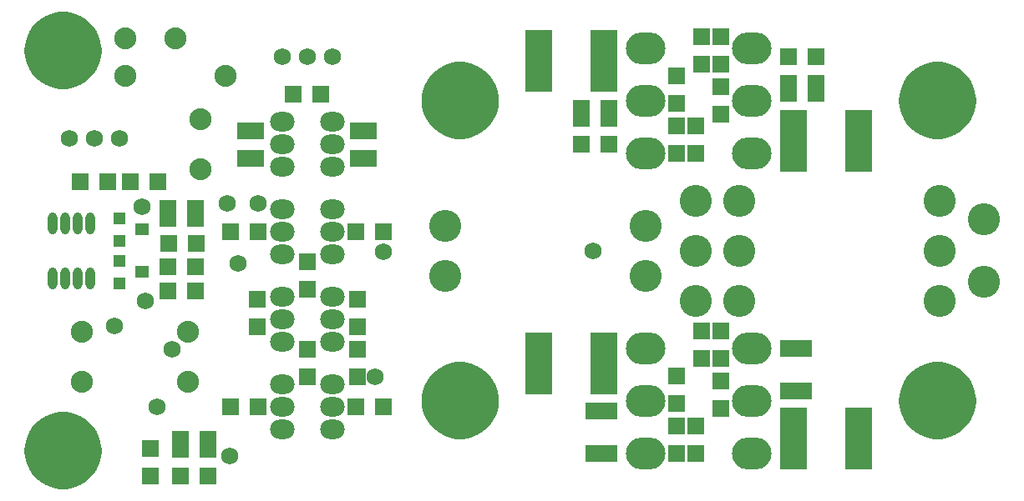
<source format=gts>
*%FSLAX25Y25*%
*%MOIN*%
G01*
%ADD11C,0.00600*%
%ADD12C,0.00733*%
%ADD13C,0.00800*%
%ADD14C,0.01000*%
%ADD15C,0.01200*%
%ADD16C,0.01500*%
%ADD17C,0.02000*%
%ADD18C,0.02500*%
%ADD19C,0.03000*%
%ADD20C,0.03000*%
%ADD21O,0.03000X0.08000*%
%ADD22O,0.03800X0.08800*%
%ADD23C,0.04000*%
%ADD24C,0.04000*%
%ADD25C,0.05000*%
%ADD26C,0.06000*%
%ADD27C,0.06800*%
%ADD28C,0.07000*%
%ADD29C,0.08000*%
%ADD30C,0.08000*%
%ADD31C,0.08800*%
%ADD32O,0.09000X0.07000*%
%ADD33O,0.09800X0.07800*%
%ADD34C,0.10000*%
%ADD35C,0.10000*%
%ADD36C,0.12000*%
%ADD37C,0.12000*%
%ADD38C,0.12500*%
%ADD39C,0.12800*%
%ADD40O,0.15000X0.12000*%
%ADD41O,0.15800X0.12800*%
%ADD42C,0.16500*%
%ADD43C,0.25000*%
%ADD44R,0.04000X0.04000*%
%ADD45R,0.04800X0.04800*%
%ADD46R,0.05000X0.04000*%
%ADD47R,0.05800X0.04800*%
%ADD48R,0.06000X0.06000*%
%ADD49R,0.06000X0.10000*%
%ADD50R,0.06800X0.06800*%
%ADD51R,0.06800X0.10800*%
%ADD52R,0.08000X0.20000*%
%ADD53R,0.08800X0.20800*%
%ADD54R,0.10000X0.06000*%
%ADD55R,0.10000X0.10000*%
%ADD56R,0.10000X0.24000*%
%ADD57R,0.10800X0.06800*%
%ADD58R,0.10800X0.24800*%
%ADD59R,0.12000X0.06000*%
%ADD60R,0.12800X0.06800*%
%ADD61R,0.20000X0.20000*%
D22*
X824000Y789000D02*
D03*
X819000D02*
D03*
X814000D02*
D03*
X829000Y811000D02*
D03*
X824000D02*
D03*
X819000D02*
D03*
X814000D02*
D03*
X829000Y789000D02*
D03*
D27*
X905500Y877500D02*
D03*
X925500D02*
D03*
X915500D02*
D03*
X820500Y845000D02*
D03*
X840500D02*
D03*
X830500D02*
D03*
X1029500Y800000D02*
D03*
X888000Y795000D02*
D03*
X946000Y799500D02*
D03*
X849500Y817500D02*
D03*
X884500Y718000D02*
D03*
X855500Y737500D02*
D03*
X942500Y749500D02*
D03*
X896000Y819000D02*
D03*
X883500D02*
D03*
X861500Y760500D02*
D03*
X838500Y770000D02*
D03*
X851000Y780000D02*
D03*
D30*
X965100Y860000D02*
X965101D01*
X965100D02*
X965227Y858301D01*
X965607Y856640D01*
X966229Y855054D01*
X967081Y853578D01*
X968143Y852246D01*
X969392Y851087D01*
X970800Y850127D01*
X972335Y849388D01*
X973963Y848886D01*
X975648Y848632D01*
X977352D01*
X979037Y848886D01*
X980665Y849388D01*
X982200Y850127D01*
X983608Y851087D01*
X984857Y852246D01*
X985919Y853578D01*
X986771Y855054D01*
X987393Y856640D01*
X987773Y858301D01*
X987900Y860000D01*
X987901D01*
X987900D02*
X987773Y861699D01*
X987393Y863360D01*
X986771Y864946D01*
X985919Y866422D01*
X984857Y867754D01*
X983608Y868913D01*
X982200Y869873D01*
X980665Y870612D01*
X979037Y871114D01*
X977352Y871368D01*
X975648D01*
X973963Y871114D01*
X972335Y870612D01*
X970800Y869873D01*
X969392Y868913D01*
X968143Y867754D01*
X967081Y866422D01*
X966229Y864946D01*
X965607Y863360D01*
X965227Y861699D01*
X965100Y860000D01*
X972900D02*
X972901D01*
X972900D02*
X973117Y858769D01*
X973742Y857686D01*
X974700Y856882D01*
X975875Y856455D01*
X977125D01*
X978300Y856882D01*
X979258Y857686D01*
X979883Y858769D01*
X980100Y860000D01*
X980101D01*
X980100D02*
X979883Y861231D01*
X979258Y862314D01*
X978300Y863118D01*
X977125Y863545D01*
X975875D01*
X974700Y863118D01*
X973742Y862314D01*
X973117Y861231D01*
X972900Y860000D01*
X965100Y740000D02*
X965101D01*
X965100D02*
X965227Y738301D01*
X965607Y736640D01*
X966229Y735054D01*
X967081Y733578D01*
X968143Y732246D01*
X969392Y731087D01*
X970800Y730127D01*
X972335Y729388D01*
X973963Y728886D01*
X975648Y728632D01*
X977352D01*
X979037Y728886D01*
X980665Y729388D01*
X982200Y730127D01*
X983608Y731087D01*
X984857Y732246D01*
X985919Y733578D01*
X986771Y735054D01*
X987393Y736640D01*
X987773Y738301D01*
X987900Y740000D01*
X987901D01*
X987900D02*
X987773Y741699D01*
X987393Y743360D01*
X986771Y744946D01*
X985919Y746422D01*
X984857Y747754D01*
X983608Y748913D01*
X982200Y749873D01*
X980665Y750612D01*
X979037Y751114D01*
X977352Y751368D01*
X975648D01*
X973963Y751114D01*
X972335Y750612D01*
X970800Y749873D01*
X969392Y748913D01*
X968143Y747754D01*
X967081Y746422D01*
X966229Y744946D01*
X965607Y743360D01*
X965227Y741699D01*
X965100Y740000D01*
X972900D02*
X972901D01*
X972900D02*
X973117Y738769D01*
X973742Y737686D01*
X974700Y736882D01*
X975875Y736455D01*
X977125D01*
X978300Y736882D01*
X979258Y737686D01*
X979883Y738769D01*
X980100Y740000D01*
X980101D01*
X980100D02*
X979883Y741231D01*
X979258Y742314D01*
X978300Y743118D01*
X977125Y743545D01*
X975875D01*
X974700Y743118D01*
X973742Y742314D01*
X973117Y741231D01*
X972900Y740000D01*
X806600Y720000D02*
X806601D01*
X806600D02*
X806727Y718301D01*
X807106Y716640D01*
X807729Y715054D01*
X808581Y713578D01*
X809643Y712246D01*
X810892Y711087D01*
X812300Y710127D01*
X813835Y709388D01*
X815463Y708886D01*
X817148Y708632D01*
X818852D01*
X820537Y708886D01*
X822165Y709388D01*
X823700Y710127D01*
X825108Y711087D01*
X826357Y712246D01*
X827419Y713578D01*
X828271Y715054D01*
X828893Y716640D01*
X829273Y718301D01*
X829400Y720000D01*
X829401D01*
X829400D02*
X829273Y721699D01*
X828893Y723360D01*
X828271Y724946D01*
X827419Y726422D01*
X826357Y727754D01*
X825108Y728913D01*
X823700Y729873D01*
X822165Y730612D01*
X820537Y731114D01*
X818852Y731368D01*
X817148D01*
X815463Y731114D01*
X813835Y730612D01*
X812300Y729873D01*
X810892Y728913D01*
X809643Y727754D01*
X808581Y726422D01*
X807729Y724946D01*
X807106Y723360D01*
X806727Y721699D01*
X806600Y720000D01*
X814400D02*
X814401D01*
X814400D02*
X814617Y718769D01*
X815242Y717686D01*
X816200Y716882D01*
X817375Y716455D01*
X818625D01*
X819800Y716882D01*
X820758Y717686D01*
X821383Y718769D01*
X821600Y720000D01*
X821601D01*
X821600D02*
X821383Y721231D01*
X820758Y722314D01*
X819800Y723118D01*
X818625Y723545D01*
X817375D01*
X816200Y723118D01*
X815242Y722314D01*
X814617Y721231D01*
X814400Y720000D01*
X806600Y880000D02*
X806601D01*
X806600D02*
X806727Y878301D01*
X807106Y876640D01*
X807729Y875054D01*
X808581Y873578D01*
X809643Y872246D01*
X810892Y871087D01*
X812300Y870127D01*
X813835Y869388D01*
X815463Y868886D01*
X817148Y868632D01*
X818852D01*
X820537Y868886D01*
X822165Y869388D01*
X823700Y870127D01*
X825108Y871087D01*
X826357Y872246D01*
X827419Y873578D01*
X828271Y875054D01*
X828893Y876640D01*
X829273Y878301D01*
X829400Y880000D01*
X829401D01*
X829400D02*
X829273Y881699D01*
X828893Y883360D01*
X828271Y884946D01*
X827419Y886422D01*
X826357Y887754D01*
X825108Y888913D01*
X823700Y889873D01*
X822165Y890612D01*
X820537Y891114D01*
X818852Y891368D01*
X817148D01*
X815463Y891114D01*
X813835Y890612D01*
X812300Y889873D01*
X810892Y888913D01*
X809643Y887754D01*
X808581Y886422D01*
X807729Y884946D01*
X807106Y883360D01*
X806727Y881699D01*
X806600Y880000D01*
X814400D02*
X814401D01*
X814400D02*
X814617Y878769D01*
X815242Y877686D01*
X816200Y876882D01*
X817375Y876455D01*
X818625D01*
X819800Y876882D01*
X820758Y877686D01*
X821383Y878769D01*
X821600Y880000D01*
X821601D01*
X821600D02*
X821383Y881231D01*
X820758Y882314D01*
X819800Y883118D01*
X818625Y883545D01*
X817375D01*
X816200Y883118D01*
X815242Y882314D01*
X814617Y881231D01*
X814400Y880000D01*
X1155600Y860000D02*
X1155601D01*
X1155600D02*
X1155727Y858301D01*
X1156107Y856640D01*
X1156729Y855054D01*
X1157581Y853578D01*
X1158643Y852246D01*
X1159892Y851087D01*
X1161300Y850127D01*
X1162835Y849388D01*
X1164463Y848886D01*
X1166148Y848632D01*
X1167852D01*
X1169537Y848886D01*
X1171165Y849388D01*
X1172700Y850127D01*
X1174108Y851087D01*
X1175357Y852246D01*
X1176419Y853578D01*
X1177271Y855054D01*
X1177893Y856640D01*
X1178273Y858301D01*
X1178400Y860000D01*
X1178401D01*
X1178400D02*
X1178273Y861699D01*
X1177893Y863360D01*
X1177271Y864946D01*
X1176419Y866422D01*
X1175357Y867754D01*
X1174108Y868913D01*
X1172700Y869873D01*
X1171165Y870612D01*
X1169537Y871114D01*
X1167852Y871368D01*
X1166148D01*
X1164463Y871114D01*
X1162835Y870612D01*
X1161300Y869873D01*
X1159892Y868913D01*
X1158643Y867754D01*
X1157581Y866422D01*
X1156729Y864946D01*
X1156107Y863360D01*
X1155727Y861699D01*
X1155600Y860000D01*
X1163400D02*
X1163401D01*
X1163400D02*
X1163617Y858769D01*
X1164242Y857686D01*
X1165200Y856882D01*
X1166375Y856455D01*
X1167625D01*
X1168800Y856882D01*
X1169758Y857686D01*
X1170383Y858769D01*
X1170600Y860000D01*
X1170601D01*
X1170600D02*
X1170383Y861231D01*
X1169758Y862314D01*
X1168800Y863118D01*
X1167625Y863545D01*
X1166375D01*
X1165200Y863118D01*
X1164242Y862314D01*
X1163617Y861231D01*
X1163400Y860000D01*
X1155600Y740000D02*
X1155601D01*
X1155600D02*
X1155727Y738301D01*
X1156107Y736640D01*
X1156729Y735054D01*
X1157581Y733578D01*
X1158643Y732246D01*
X1159892Y731087D01*
X1161300Y730127D01*
X1162835Y729388D01*
X1164463Y728886D01*
X1166148Y728632D01*
X1167852D01*
X1169537Y728886D01*
X1171165Y729388D01*
X1172700Y730127D01*
X1174108Y731087D01*
X1175357Y732246D01*
X1176419Y733578D01*
X1177271Y735054D01*
X1177893Y736640D01*
X1178273Y738301D01*
X1178400Y740000D01*
X1178401D01*
X1178400D02*
X1178273Y741699D01*
X1177893Y743360D01*
X1177271Y744946D01*
X1176419Y746422D01*
X1175357Y747754D01*
X1174108Y748913D01*
X1172700Y749873D01*
X1171165Y750612D01*
X1169537Y751114D01*
X1167852Y751368D01*
X1166148D01*
X1164463Y751114D01*
X1162835Y750612D01*
X1161300Y749873D01*
X1159892Y748913D01*
X1158643Y747754D01*
X1157581Y746422D01*
X1156729Y744946D01*
X1156107Y743360D01*
X1155727Y741699D01*
X1155600Y740000D01*
X1163400D02*
X1163401D01*
X1163400D02*
X1163617Y738769D01*
X1164242Y737686D01*
X1165200Y736882D01*
X1166375Y736455D01*
X1167625D01*
X1168800Y736882D01*
X1169758Y737686D01*
X1170383Y738769D01*
X1170600Y740000D01*
X1170601D01*
X1170600D02*
X1170383Y741231D01*
X1169758Y742314D01*
X1168800Y743118D01*
X1167625Y743545D01*
X1166375D01*
X1165200Y743118D01*
X1164242Y742314D01*
X1163617Y741231D01*
X1163400Y740000D01*
D31*
X863000Y885000D02*
D03*
X843000D02*
D03*
X868000Y747500D02*
D03*
Y767500D02*
D03*
X873000Y832500D02*
D03*
Y852500D02*
D03*
X843000Y870000D02*
D03*
X883000D02*
D03*
X825500Y767500D02*
D03*
Y747500D02*
D03*
D33*
X925500Y851500D02*
D03*
Y842500D02*
D03*
Y833500D02*
D03*
X905500D02*
D03*
Y842500D02*
D03*
Y851500D02*
D03*
X925500Y816500D02*
D03*
Y807500D02*
D03*
Y798500D02*
D03*
Y746500D02*
D03*
Y737500D02*
D03*
Y728500D02*
D03*
X905500Y798500D02*
D03*
Y807500D02*
D03*
Y816500D02*
D03*
Y728500D02*
D03*
Y737500D02*
D03*
Y746500D02*
D03*
Y763500D02*
D03*
Y772500D02*
D03*
Y781500D02*
D03*
X925500Y763500D02*
D03*
Y772500D02*
D03*
Y781500D02*
D03*
D39*
X970500Y790000D02*
D03*
X1050500D02*
D03*
Y810000D02*
D03*
X970500D02*
D03*
X1185500Y812500D02*
D03*
X1070500Y820000D02*
D03*
Y780000D02*
D03*
X1185500Y787500D02*
D03*
X1070500Y800000D02*
D03*
X1168000D02*
D03*
X1088000D02*
D03*
Y780000D02*
D03*
X1168000D02*
D03*
Y820000D02*
D03*
X1088000D02*
D03*
D41*
X1050500Y881000D02*
D03*
Y860000D02*
D03*
Y839000D02*
D03*
Y740000D02*
D03*
Y719000D02*
D03*
Y761000D02*
D03*
X1093000Y881000D02*
D03*
Y860000D02*
D03*
Y839000D02*
D03*
Y719000D02*
D03*
Y761000D02*
D03*
Y740000D02*
D03*
D45*
X840500Y796000D02*
D03*
Y787000D02*
D03*
Y813000D02*
D03*
Y804000D02*
D03*
D47*
X849500Y791500D02*
D03*
Y808500D02*
D03*
D50*
X1063000Y719000D02*
D03*
Y730000D02*
D03*
X1070500Y839000D02*
D03*
Y850000D02*
D03*
X1036000Y842500D02*
D03*
X1025000D02*
D03*
X1063000Y850000D02*
D03*
Y839000D02*
D03*
X1070500Y719000D02*
D03*
Y730000D02*
D03*
X1063000Y859000D02*
D03*
Y870000D02*
D03*
Y739000D02*
D03*
Y750000D02*
D03*
X1118500Y877500D02*
D03*
X1107500D02*
D03*
X935500Y780500D02*
D03*
Y769500D02*
D03*
X1080500Y885500D02*
D03*
Y874500D02*
D03*
Y757000D02*
D03*
Y768000D02*
D03*
X825000Y827500D02*
D03*
X836000D02*
D03*
X853000Y721000D02*
D03*
Y710000D02*
D03*
X865000D02*
D03*
X876000D02*
D03*
X1073000Y874500D02*
D03*
Y885500D02*
D03*
Y757000D02*
D03*
Y768000D02*
D03*
X910000Y862500D02*
D03*
X921000D02*
D03*
X935000Y807500D02*
D03*
X946000D02*
D03*
X935000Y737500D02*
D03*
X946000D02*
D03*
X885000Y807500D02*
D03*
X896000D02*
D03*
X885000Y737500D02*
D03*
X896000D02*
D03*
X915500Y749500D02*
D03*
Y760500D02*
D03*
Y795500D02*
D03*
Y784500D02*
D03*
X895500Y769500D02*
D03*
Y780500D02*
D03*
X935500Y749500D02*
D03*
Y760500D02*
D03*
X871000Y793500D02*
D03*
X860000D02*
D03*
X856000Y827500D02*
D03*
X845000D02*
D03*
X860000Y784000D02*
D03*
X871000D02*
D03*
X860250Y803000D02*
D03*
X871250D02*
D03*
X1080500Y854500D02*
D03*
Y865500D02*
D03*
Y737000D02*
D03*
Y748000D02*
D03*
D51*
X1025000Y855000D02*
D03*
X1036000D02*
D03*
X1107500Y865000D02*
D03*
X1118500D02*
D03*
X865000Y722500D02*
D03*
X876000D02*
D03*
X871000Y815000D02*
D03*
X860000D02*
D03*
D57*
X938000Y848000D02*
D03*
Y837000D02*
D03*
X893000Y848000D02*
D03*
Y837000D02*
D03*
D58*
X1034000Y876000D02*
D03*
X1008000D02*
D03*
X1034000Y755000D02*
D03*
X1008000D02*
D03*
X1135500Y725000D02*
D03*
X1109500D02*
D03*
X1135500Y844000D02*
D03*
X1109500D02*
D03*
D60*
X1033000Y736000D02*
D03*
Y719000D02*
D03*
X1110500Y761000D02*
D03*
Y744000D02*
D03*
M02*

</source>
